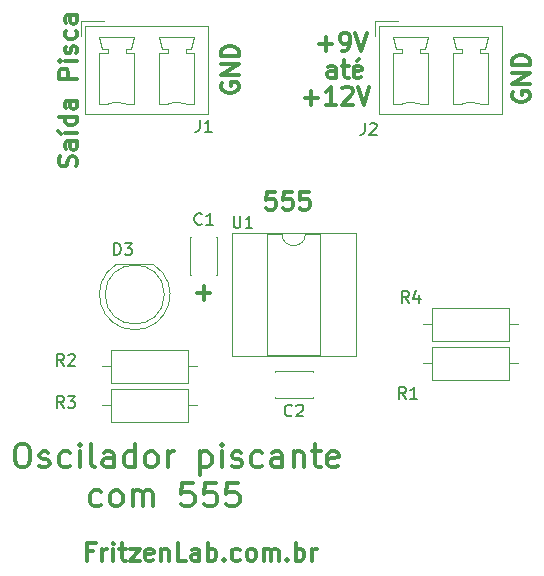
<source format=gto>
G04 #@! TF.GenerationSoftware,KiCad,Pcbnew,8.0.6*
G04 #@! TF.CreationDate,2024-11-03T17:10:04-03:00*
G04 #@! TF.ProjectId,555-Oscilador-pisca-r01,3535352d-4f73-4636-996c-61646f722d70,rev?*
G04 #@! TF.SameCoordinates,Original*
G04 #@! TF.FileFunction,Legend,Top*
G04 #@! TF.FilePolarity,Positive*
%FSLAX46Y46*%
G04 Gerber Fmt 4.6, Leading zero omitted, Abs format (unit mm)*
G04 Created by KiCad (PCBNEW 8.0.6) date 2024-11-03 17:10:04*
%MOMM*%
%LPD*%
G01*
G04 APERTURE LIST*
%ADD10C,0.300000*%
%ADD11C,0.150000*%
%ADD12C,0.120000*%
G04 APERTURE END LIST*
D10*
X159523757Y-91566856D02*
X159452328Y-91709714D01*
X159452328Y-91709714D02*
X159452328Y-91923999D01*
X159452328Y-91923999D02*
X159523757Y-92138285D01*
X159523757Y-92138285D02*
X159666614Y-92281142D01*
X159666614Y-92281142D02*
X159809471Y-92352571D01*
X159809471Y-92352571D02*
X160095185Y-92423999D01*
X160095185Y-92423999D02*
X160309471Y-92423999D01*
X160309471Y-92423999D02*
X160595185Y-92352571D01*
X160595185Y-92352571D02*
X160738042Y-92281142D01*
X160738042Y-92281142D02*
X160880900Y-92138285D01*
X160880900Y-92138285D02*
X160952328Y-91923999D01*
X160952328Y-91923999D02*
X160952328Y-91781142D01*
X160952328Y-91781142D02*
X160880900Y-91566856D01*
X160880900Y-91566856D02*
X160809471Y-91495428D01*
X160809471Y-91495428D02*
X160309471Y-91495428D01*
X160309471Y-91495428D02*
X160309471Y-91781142D01*
X160952328Y-90852571D02*
X159452328Y-90852571D01*
X159452328Y-90852571D02*
X160952328Y-89995428D01*
X160952328Y-89995428D02*
X159452328Y-89995428D01*
X160952328Y-89281142D02*
X159452328Y-89281142D01*
X159452328Y-89281142D02*
X159452328Y-88923999D01*
X159452328Y-88923999D02*
X159523757Y-88709713D01*
X159523757Y-88709713D02*
X159666614Y-88566856D01*
X159666614Y-88566856D02*
X159809471Y-88495427D01*
X159809471Y-88495427D02*
X160095185Y-88423999D01*
X160095185Y-88423999D02*
X160309471Y-88423999D01*
X160309471Y-88423999D02*
X160595185Y-88495427D01*
X160595185Y-88495427D02*
X160738042Y-88566856D01*
X160738042Y-88566856D02*
X160880900Y-88709713D01*
X160880900Y-88709713D02*
X160952328Y-88923999D01*
X160952328Y-88923999D02*
X160952328Y-89281142D01*
X141883143Y-92054900D02*
X143026001Y-92054900D01*
X142454572Y-92626328D02*
X142454572Y-91483471D01*
X144526001Y-92626328D02*
X143668858Y-92626328D01*
X144097429Y-92626328D02*
X144097429Y-91126328D01*
X144097429Y-91126328D02*
X143954572Y-91340614D01*
X143954572Y-91340614D02*
X143811715Y-91483471D01*
X143811715Y-91483471D02*
X143668858Y-91554900D01*
X145097429Y-91269185D02*
X145168857Y-91197757D01*
X145168857Y-91197757D02*
X145311715Y-91126328D01*
X145311715Y-91126328D02*
X145668857Y-91126328D01*
X145668857Y-91126328D02*
X145811715Y-91197757D01*
X145811715Y-91197757D02*
X145883143Y-91269185D01*
X145883143Y-91269185D02*
X145954572Y-91412042D01*
X145954572Y-91412042D02*
X145954572Y-91554900D01*
X145954572Y-91554900D02*
X145883143Y-91769185D01*
X145883143Y-91769185D02*
X145026000Y-92626328D01*
X145026000Y-92626328D02*
X145954572Y-92626328D01*
X146383143Y-91126328D02*
X146883143Y-92626328D01*
X146883143Y-92626328D02*
X147383143Y-91126328D01*
X132778571Y-108564900D02*
X133921429Y-108564900D01*
X133350000Y-109136328D02*
X133350000Y-107993471D01*
X122526900Y-97868571D02*
X122598328Y-97654286D01*
X122598328Y-97654286D02*
X122598328Y-97297143D01*
X122598328Y-97297143D02*
X122526900Y-97154286D01*
X122526900Y-97154286D02*
X122455471Y-97082857D01*
X122455471Y-97082857D02*
X122312614Y-97011428D01*
X122312614Y-97011428D02*
X122169757Y-97011428D01*
X122169757Y-97011428D02*
X122026900Y-97082857D01*
X122026900Y-97082857D02*
X121955471Y-97154286D01*
X121955471Y-97154286D02*
X121884042Y-97297143D01*
X121884042Y-97297143D02*
X121812614Y-97582857D01*
X121812614Y-97582857D02*
X121741185Y-97725714D01*
X121741185Y-97725714D02*
X121669757Y-97797143D01*
X121669757Y-97797143D02*
X121526900Y-97868571D01*
X121526900Y-97868571D02*
X121384042Y-97868571D01*
X121384042Y-97868571D02*
X121241185Y-97797143D01*
X121241185Y-97797143D02*
X121169757Y-97725714D01*
X121169757Y-97725714D02*
X121098328Y-97582857D01*
X121098328Y-97582857D02*
X121098328Y-97225714D01*
X121098328Y-97225714D02*
X121169757Y-97011428D01*
X122598328Y-95725715D02*
X121812614Y-95725715D01*
X121812614Y-95725715D02*
X121669757Y-95797143D01*
X121669757Y-95797143D02*
X121598328Y-95940000D01*
X121598328Y-95940000D02*
X121598328Y-96225715D01*
X121598328Y-96225715D02*
X121669757Y-96368572D01*
X122526900Y-95725715D02*
X122598328Y-95868572D01*
X122598328Y-95868572D02*
X122598328Y-96225715D01*
X122598328Y-96225715D02*
X122526900Y-96368572D01*
X122526900Y-96368572D02*
X122384042Y-96440000D01*
X122384042Y-96440000D02*
X122241185Y-96440000D01*
X122241185Y-96440000D02*
X122098328Y-96368572D01*
X122098328Y-96368572D02*
X122026900Y-96225715D01*
X122026900Y-96225715D02*
X122026900Y-95868572D01*
X122026900Y-95868572D02*
X121955471Y-95725715D01*
X122598328Y-95011429D02*
X121598328Y-95011429D01*
X121026900Y-94868572D02*
X121241185Y-95082857D01*
X122598328Y-93654286D02*
X121098328Y-93654286D01*
X122526900Y-93654286D02*
X122598328Y-93797143D01*
X122598328Y-93797143D02*
X122598328Y-94082857D01*
X122598328Y-94082857D02*
X122526900Y-94225714D01*
X122526900Y-94225714D02*
X122455471Y-94297143D01*
X122455471Y-94297143D02*
X122312614Y-94368571D01*
X122312614Y-94368571D02*
X121884042Y-94368571D01*
X121884042Y-94368571D02*
X121741185Y-94297143D01*
X121741185Y-94297143D02*
X121669757Y-94225714D01*
X121669757Y-94225714D02*
X121598328Y-94082857D01*
X121598328Y-94082857D02*
X121598328Y-93797143D01*
X121598328Y-93797143D02*
X121669757Y-93654286D01*
X122598328Y-92297143D02*
X121812614Y-92297143D01*
X121812614Y-92297143D02*
X121669757Y-92368571D01*
X121669757Y-92368571D02*
X121598328Y-92511428D01*
X121598328Y-92511428D02*
X121598328Y-92797143D01*
X121598328Y-92797143D02*
X121669757Y-92940000D01*
X122526900Y-92297143D02*
X122598328Y-92440000D01*
X122598328Y-92440000D02*
X122598328Y-92797143D01*
X122598328Y-92797143D02*
X122526900Y-92940000D01*
X122526900Y-92940000D02*
X122384042Y-93011428D01*
X122384042Y-93011428D02*
X122241185Y-93011428D01*
X122241185Y-93011428D02*
X122098328Y-92940000D01*
X122098328Y-92940000D02*
X122026900Y-92797143D01*
X122026900Y-92797143D02*
X122026900Y-92440000D01*
X122026900Y-92440000D02*
X121955471Y-92297143D01*
X122598328Y-90440000D02*
X121098328Y-90440000D01*
X121098328Y-90440000D02*
X121098328Y-89868571D01*
X121098328Y-89868571D02*
X121169757Y-89725714D01*
X121169757Y-89725714D02*
X121241185Y-89654285D01*
X121241185Y-89654285D02*
X121384042Y-89582857D01*
X121384042Y-89582857D02*
X121598328Y-89582857D01*
X121598328Y-89582857D02*
X121741185Y-89654285D01*
X121741185Y-89654285D02*
X121812614Y-89725714D01*
X121812614Y-89725714D02*
X121884042Y-89868571D01*
X121884042Y-89868571D02*
X121884042Y-90440000D01*
X122598328Y-88940000D02*
X121598328Y-88940000D01*
X121098328Y-88940000D02*
X121169757Y-89011428D01*
X121169757Y-89011428D02*
X121241185Y-88940000D01*
X121241185Y-88940000D02*
X121169757Y-88868571D01*
X121169757Y-88868571D02*
X121098328Y-88940000D01*
X121098328Y-88940000D02*
X121241185Y-88940000D01*
X122526900Y-88297142D02*
X122598328Y-88154285D01*
X122598328Y-88154285D02*
X122598328Y-87868571D01*
X122598328Y-87868571D02*
X122526900Y-87725714D01*
X122526900Y-87725714D02*
X122384042Y-87654285D01*
X122384042Y-87654285D02*
X122312614Y-87654285D01*
X122312614Y-87654285D02*
X122169757Y-87725714D01*
X122169757Y-87725714D02*
X122098328Y-87868571D01*
X122098328Y-87868571D02*
X122098328Y-88082857D01*
X122098328Y-88082857D02*
X122026900Y-88225714D01*
X122026900Y-88225714D02*
X121884042Y-88297142D01*
X121884042Y-88297142D02*
X121812614Y-88297142D01*
X121812614Y-88297142D02*
X121669757Y-88225714D01*
X121669757Y-88225714D02*
X121598328Y-88082857D01*
X121598328Y-88082857D02*
X121598328Y-87868571D01*
X121598328Y-87868571D02*
X121669757Y-87725714D01*
X122526900Y-86368571D02*
X122598328Y-86511428D01*
X122598328Y-86511428D02*
X122598328Y-86797142D01*
X122598328Y-86797142D02*
X122526900Y-86939999D01*
X122526900Y-86939999D02*
X122455471Y-87011428D01*
X122455471Y-87011428D02*
X122312614Y-87082856D01*
X122312614Y-87082856D02*
X121884042Y-87082856D01*
X121884042Y-87082856D02*
X121741185Y-87011428D01*
X121741185Y-87011428D02*
X121669757Y-86939999D01*
X121669757Y-86939999D02*
X121598328Y-86797142D01*
X121598328Y-86797142D02*
X121598328Y-86511428D01*
X121598328Y-86511428D02*
X121669757Y-86368571D01*
X122598328Y-85082857D02*
X121812614Y-85082857D01*
X121812614Y-85082857D02*
X121669757Y-85154285D01*
X121669757Y-85154285D02*
X121598328Y-85297142D01*
X121598328Y-85297142D02*
X121598328Y-85582857D01*
X121598328Y-85582857D02*
X121669757Y-85725714D01*
X122526900Y-85082857D02*
X122598328Y-85225714D01*
X122598328Y-85225714D02*
X122598328Y-85582857D01*
X122598328Y-85582857D02*
X122526900Y-85725714D01*
X122526900Y-85725714D02*
X122384042Y-85797142D01*
X122384042Y-85797142D02*
X122241185Y-85797142D01*
X122241185Y-85797142D02*
X122098328Y-85725714D01*
X122098328Y-85725714D02*
X122026900Y-85582857D01*
X122026900Y-85582857D02*
X122026900Y-85225714D01*
X122026900Y-85225714D02*
X121955471Y-85082857D01*
X139390572Y-100016328D02*
X138676286Y-100016328D01*
X138676286Y-100016328D02*
X138604858Y-100730614D01*
X138604858Y-100730614D02*
X138676286Y-100659185D01*
X138676286Y-100659185D02*
X138819144Y-100587757D01*
X138819144Y-100587757D02*
X139176286Y-100587757D01*
X139176286Y-100587757D02*
X139319144Y-100659185D01*
X139319144Y-100659185D02*
X139390572Y-100730614D01*
X139390572Y-100730614D02*
X139462001Y-100873471D01*
X139462001Y-100873471D02*
X139462001Y-101230614D01*
X139462001Y-101230614D02*
X139390572Y-101373471D01*
X139390572Y-101373471D02*
X139319144Y-101444900D01*
X139319144Y-101444900D02*
X139176286Y-101516328D01*
X139176286Y-101516328D02*
X138819144Y-101516328D01*
X138819144Y-101516328D02*
X138676286Y-101444900D01*
X138676286Y-101444900D02*
X138604858Y-101373471D01*
X140819143Y-100016328D02*
X140104857Y-100016328D01*
X140104857Y-100016328D02*
X140033429Y-100730614D01*
X140033429Y-100730614D02*
X140104857Y-100659185D01*
X140104857Y-100659185D02*
X140247715Y-100587757D01*
X140247715Y-100587757D02*
X140604857Y-100587757D01*
X140604857Y-100587757D02*
X140747715Y-100659185D01*
X140747715Y-100659185D02*
X140819143Y-100730614D01*
X140819143Y-100730614D02*
X140890572Y-100873471D01*
X140890572Y-100873471D02*
X140890572Y-101230614D01*
X140890572Y-101230614D02*
X140819143Y-101373471D01*
X140819143Y-101373471D02*
X140747715Y-101444900D01*
X140747715Y-101444900D02*
X140604857Y-101516328D01*
X140604857Y-101516328D02*
X140247715Y-101516328D01*
X140247715Y-101516328D02*
X140104857Y-101444900D01*
X140104857Y-101444900D02*
X140033429Y-101373471D01*
X142247714Y-100016328D02*
X141533428Y-100016328D01*
X141533428Y-100016328D02*
X141462000Y-100730614D01*
X141462000Y-100730614D02*
X141533428Y-100659185D01*
X141533428Y-100659185D02*
X141676286Y-100587757D01*
X141676286Y-100587757D02*
X142033428Y-100587757D01*
X142033428Y-100587757D02*
X142176286Y-100659185D01*
X142176286Y-100659185D02*
X142247714Y-100730614D01*
X142247714Y-100730614D02*
X142319143Y-100873471D01*
X142319143Y-100873471D02*
X142319143Y-101230614D01*
X142319143Y-101230614D02*
X142247714Y-101373471D01*
X142247714Y-101373471D02*
X142176286Y-101444900D01*
X142176286Y-101444900D02*
X142033428Y-101516328D01*
X142033428Y-101516328D02*
X141676286Y-101516328D01*
X141676286Y-101516328D02*
X141533428Y-101444900D01*
X141533428Y-101444900D02*
X141462000Y-101373471D01*
X143105428Y-87482900D02*
X144248286Y-87482900D01*
X143676857Y-88054328D02*
X143676857Y-86911471D01*
X145034000Y-88054328D02*
X145319714Y-88054328D01*
X145319714Y-88054328D02*
X145462571Y-87982900D01*
X145462571Y-87982900D02*
X145534000Y-87911471D01*
X145534000Y-87911471D02*
X145676857Y-87697185D01*
X145676857Y-87697185D02*
X145748286Y-87411471D01*
X145748286Y-87411471D02*
X145748286Y-86840042D01*
X145748286Y-86840042D02*
X145676857Y-86697185D01*
X145676857Y-86697185D02*
X145605429Y-86625757D01*
X145605429Y-86625757D02*
X145462571Y-86554328D01*
X145462571Y-86554328D02*
X145176857Y-86554328D01*
X145176857Y-86554328D02*
X145034000Y-86625757D01*
X145034000Y-86625757D02*
X144962571Y-86697185D01*
X144962571Y-86697185D02*
X144891143Y-86840042D01*
X144891143Y-86840042D02*
X144891143Y-87197185D01*
X144891143Y-87197185D02*
X144962571Y-87340042D01*
X144962571Y-87340042D02*
X145034000Y-87411471D01*
X145034000Y-87411471D02*
X145176857Y-87482900D01*
X145176857Y-87482900D02*
X145462571Y-87482900D01*
X145462571Y-87482900D02*
X145605429Y-87411471D01*
X145605429Y-87411471D02*
X145676857Y-87340042D01*
X145676857Y-87340042D02*
X145748286Y-87197185D01*
X146176857Y-86554328D02*
X146676857Y-88054328D01*
X146676857Y-88054328D02*
X147176857Y-86554328D01*
X123988856Y-130448614D02*
X123488856Y-130448614D01*
X123488856Y-131234328D02*
X123488856Y-129734328D01*
X123488856Y-129734328D02*
X124203142Y-129734328D01*
X124774570Y-131234328D02*
X124774570Y-130234328D01*
X124774570Y-130520042D02*
X124845999Y-130377185D01*
X124845999Y-130377185D02*
X124917428Y-130305757D01*
X124917428Y-130305757D02*
X125060285Y-130234328D01*
X125060285Y-130234328D02*
X125203142Y-130234328D01*
X125703141Y-131234328D02*
X125703141Y-130234328D01*
X125703141Y-129734328D02*
X125631713Y-129805757D01*
X125631713Y-129805757D02*
X125703141Y-129877185D01*
X125703141Y-129877185D02*
X125774570Y-129805757D01*
X125774570Y-129805757D02*
X125703141Y-129734328D01*
X125703141Y-129734328D02*
X125703141Y-129877185D01*
X126203142Y-130234328D02*
X126774570Y-130234328D01*
X126417427Y-129734328D02*
X126417427Y-131020042D01*
X126417427Y-131020042D02*
X126488856Y-131162900D01*
X126488856Y-131162900D02*
X126631713Y-131234328D01*
X126631713Y-131234328D02*
X126774570Y-131234328D01*
X127131713Y-130234328D02*
X127917428Y-130234328D01*
X127917428Y-130234328D02*
X127131713Y-131234328D01*
X127131713Y-131234328D02*
X127917428Y-131234328D01*
X129060285Y-131162900D02*
X128917428Y-131234328D01*
X128917428Y-131234328D02*
X128631714Y-131234328D01*
X128631714Y-131234328D02*
X128488856Y-131162900D01*
X128488856Y-131162900D02*
X128417428Y-131020042D01*
X128417428Y-131020042D02*
X128417428Y-130448614D01*
X128417428Y-130448614D02*
X128488856Y-130305757D01*
X128488856Y-130305757D02*
X128631714Y-130234328D01*
X128631714Y-130234328D02*
X128917428Y-130234328D01*
X128917428Y-130234328D02*
X129060285Y-130305757D01*
X129060285Y-130305757D02*
X129131714Y-130448614D01*
X129131714Y-130448614D02*
X129131714Y-130591471D01*
X129131714Y-130591471D02*
X128417428Y-130734328D01*
X129774570Y-130234328D02*
X129774570Y-131234328D01*
X129774570Y-130377185D02*
X129845999Y-130305757D01*
X129845999Y-130305757D02*
X129988856Y-130234328D01*
X129988856Y-130234328D02*
X130203142Y-130234328D01*
X130203142Y-130234328D02*
X130345999Y-130305757D01*
X130345999Y-130305757D02*
X130417428Y-130448614D01*
X130417428Y-130448614D02*
X130417428Y-131234328D01*
X131845999Y-131234328D02*
X131131713Y-131234328D01*
X131131713Y-131234328D02*
X131131713Y-129734328D01*
X132988857Y-131234328D02*
X132988857Y-130448614D01*
X132988857Y-130448614D02*
X132917428Y-130305757D01*
X132917428Y-130305757D02*
X132774571Y-130234328D01*
X132774571Y-130234328D02*
X132488857Y-130234328D01*
X132488857Y-130234328D02*
X132345999Y-130305757D01*
X132988857Y-131162900D02*
X132845999Y-131234328D01*
X132845999Y-131234328D02*
X132488857Y-131234328D01*
X132488857Y-131234328D02*
X132345999Y-131162900D01*
X132345999Y-131162900D02*
X132274571Y-131020042D01*
X132274571Y-131020042D02*
X132274571Y-130877185D01*
X132274571Y-130877185D02*
X132345999Y-130734328D01*
X132345999Y-130734328D02*
X132488857Y-130662900D01*
X132488857Y-130662900D02*
X132845999Y-130662900D01*
X132845999Y-130662900D02*
X132988857Y-130591471D01*
X133703142Y-131234328D02*
X133703142Y-129734328D01*
X133703142Y-130305757D02*
X133846000Y-130234328D01*
X133846000Y-130234328D02*
X134131714Y-130234328D01*
X134131714Y-130234328D02*
X134274571Y-130305757D01*
X134274571Y-130305757D02*
X134346000Y-130377185D01*
X134346000Y-130377185D02*
X134417428Y-130520042D01*
X134417428Y-130520042D02*
X134417428Y-130948614D01*
X134417428Y-130948614D02*
X134346000Y-131091471D01*
X134346000Y-131091471D02*
X134274571Y-131162900D01*
X134274571Y-131162900D02*
X134131714Y-131234328D01*
X134131714Y-131234328D02*
X133846000Y-131234328D01*
X133846000Y-131234328D02*
X133703142Y-131162900D01*
X135060285Y-131091471D02*
X135131714Y-131162900D01*
X135131714Y-131162900D02*
X135060285Y-131234328D01*
X135060285Y-131234328D02*
X134988857Y-131162900D01*
X134988857Y-131162900D02*
X135060285Y-131091471D01*
X135060285Y-131091471D02*
X135060285Y-131234328D01*
X136417429Y-131162900D02*
X136274571Y-131234328D01*
X136274571Y-131234328D02*
X135988857Y-131234328D01*
X135988857Y-131234328D02*
X135846000Y-131162900D01*
X135846000Y-131162900D02*
X135774571Y-131091471D01*
X135774571Y-131091471D02*
X135703143Y-130948614D01*
X135703143Y-130948614D02*
X135703143Y-130520042D01*
X135703143Y-130520042D02*
X135774571Y-130377185D01*
X135774571Y-130377185D02*
X135846000Y-130305757D01*
X135846000Y-130305757D02*
X135988857Y-130234328D01*
X135988857Y-130234328D02*
X136274571Y-130234328D01*
X136274571Y-130234328D02*
X136417429Y-130305757D01*
X137274571Y-131234328D02*
X137131714Y-131162900D01*
X137131714Y-131162900D02*
X137060285Y-131091471D01*
X137060285Y-131091471D02*
X136988857Y-130948614D01*
X136988857Y-130948614D02*
X136988857Y-130520042D01*
X136988857Y-130520042D02*
X137060285Y-130377185D01*
X137060285Y-130377185D02*
X137131714Y-130305757D01*
X137131714Y-130305757D02*
X137274571Y-130234328D01*
X137274571Y-130234328D02*
X137488857Y-130234328D01*
X137488857Y-130234328D02*
X137631714Y-130305757D01*
X137631714Y-130305757D02*
X137703143Y-130377185D01*
X137703143Y-130377185D02*
X137774571Y-130520042D01*
X137774571Y-130520042D02*
X137774571Y-130948614D01*
X137774571Y-130948614D02*
X137703143Y-131091471D01*
X137703143Y-131091471D02*
X137631714Y-131162900D01*
X137631714Y-131162900D02*
X137488857Y-131234328D01*
X137488857Y-131234328D02*
X137274571Y-131234328D01*
X138417428Y-131234328D02*
X138417428Y-130234328D01*
X138417428Y-130377185D02*
X138488857Y-130305757D01*
X138488857Y-130305757D02*
X138631714Y-130234328D01*
X138631714Y-130234328D02*
X138846000Y-130234328D01*
X138846000Y-130234328D02*
X138988857Y-130305757D01*
X138988857Y-130305757D02*
X139060286Y-130448614D01*
X139060286Y-130448614D02*
X139060286Y-131234328D01*
X139060286Y-130448614D02*
X139131714Y-130305757D01*
X139131714Y-130305757D02*
X139274571Y-130234328D01*
X139274571Y-130234328D02*
X139488857Y-130234328D01*
X139488857Y-130234328D02*
X139631714Y-130305757D01*
X139631714Y-130305757D02*
X139703143Y-130448614D01*
X139703143Y-130448614D02*
X139703143Y-131234328D01*
X140417428Y-131091471D02*
X140488857Y-131162900D01*
X140488857Y-131162900D02*
X140417428Y-131234328D01*
X140417428Y-131234328D02*
X140346000Y-131162900D01*
X140346000Y-131162900D02*
X140417428Y-131091471D01*
X140417428Y-131091471D02*
X140417428Y-131234328D01*
X141131714Y-131234328D02*
X141131714Y-129734328D01*
X141131714Y-130305757D02*
X141274572Y-130234328D01*
X141274572Y-130234328D02*
X141560286Y-130234328D01*
X141560286Y-130234328D02*
X141703143Y-130305757D01*
X141703143Y-130305757D02*
X141774572Y-130377185D01*
X141774572Y-130377185D02*
X141846000Y-130520042D01*
X141846000Y-130520042D02*
X141846000Y-130948614D01*
X141846000Y-130948614D02*
X141774572Y-131091471D01*
X141774572Y-131091471D02*
X141703143Y-131162900D01*
X141703143Y-131162900D02*
X141560286Y-131234328D01*
X141560286Y-131234328D02*
X141274572Y-131234328D01*
X141274572Y-131234328D02*
X141131714Y-131162900D01*
X142488857Y-131234328D02*
X142488857Y-130234328D01*
X142488857Y-130520042D02*
X142560286Y-130377185D01*
X142560286Y-130377185D02*
X142631715Y-130305757D01*
X142631715Y-130305757D02*
X142774572Y-130234328D01*
X142774572Y-130234328D02*
X142917429Y-130234328D01*
X134885757Y-90804856D02*
X134814328Y-90947714D01*
X134814328Y-90947714D02*
X134814328Y-91161999D01*
X134814328Y-91161999D02*
X134885757Y-91376285D01*
X134885757Y-91376285D02*
X135028614Y-91519142D01*
X135028614Y-91519142D02*
X135171471Y-91590571D01*
X135171471Y-91590571D02*
X135457185Y-91661999D01*
X135457185Y-91661999D02*
X135671471Y-91661999D01*
X135671471Y-91661999D02*
X135957185Y-91590571D01*
X135957185Y-91590571D02*
X136100042Y-91519142D01*
X136100042Y-91519142D02*
X136242900Y-91376285D01*
X136242900Y-91376285D02*
X136314328Y-91161999D01*
X136314328Y-91161999D02*
X136314328Y-91019142D01*
X136314328Y-91019142D02*
X136242900Y-90804856D01*
X136242900Y-90804856D02*
X136171471Y-90733428D01*
X136171471Y-90733428D02*
X135671471Y-90733428D01*
X135671471Y-90733428D02*
X135671471Y-91019142D01*
X136314328Y-90090571D02*
X134814328Y-90090571D01*
X134814328Y-90090571D02*
X136314328Y-89233428D01*
X136314328Y-89233428D02*
X134814328Y-89233428D01*
X136314328Y-88519142D02*
X134814328Y-88519142D01*
X134814328Y-88519142D02*
X134814328Y-88161999D01*
X134814328Y-88161999D02*
X134885757Y-87947713D01*
X134885757Y-87947713D02*
X135028614Y-87804856D01*
X135028614Y-87804856D02*
X135171471Y-87733427D01*
X135171471Y-87733427D02*
X135457185Y-87661999D01*
X135457185Y-87661999D02*
X135671471Y-87661999D01*
X135671471Y-87661999D02*
X135957185Y-87733427D01*
X135957185Y-87733427D02*
X136100042Y-87804856D01*
X136100042Y-87804856D02*
X136242900Y-87947713D01*
X136242900Y-87947713D02*
X136314328Y-88161999D01*
X136314328Y-88161999D02*
X136314328Y-88519142D01*
X124667047Y-126544400D02*
X124476571Y-126639638D01*
X124476571Y-126639638D02*
X124095618Y-126639638D01*
X124095618Y-126639638D02*
X123905142Y-126544400D01*
X123905142Y-126544400D02*
X123809904Y-126449161D01*
X123809904Y-126449161D02*
X123714666Y-126258685D01*
X123714666Y-126258685D02*
X123714666Y-125687257D01*
X123714666Y-125687257D02*
X123809904Y-125496780D01*
X123809904Y-125496780D02*
X123905142Y-125401542D01*
X123905142Y-125401542D02*
X124095618Y-125306304D01*
X124095618Y-125306304D02*
X124476571Y-125306304D01*
X124476571Y-125306304D02*
X124667047Y-125401542D01*
X125809904Y-126639638D02*
X125619428Y-126544400D01*
X125619428Y-126544400D02*
X125524190Y-126449161D01*
X125524190Y-126449161D02*
X125428952Y-126258685D01*
X125428952Y-126258685D02*
X125428952Y-125687257D01*
X125428952Y-125687257D02*
X125524190Y-125496780D01*
X125524190Y-125496780D02*
X125619428Y-125401542D01*
X125619428Y-125401542D02*
X125809904Y-125306304D01*
X125809904Y-125306304D02*
X126095619Y-125306304D01*
X126095619Y-125306304D02*
X126286095Y-125401542D01*
X126286095Y-125401542D02*
X126381333Y-125496780D01*
X126381333Y-125496780D02*
X126476571Y-125687257D01*
X126476571Y-125687257D02*
X126476571Y-126258685D01*
X126476571Y-126258685D02*
X126381333Y-126449161D01*
X126381333Y-126449161D02*
X126286095Y-126544400D01*
X126286095Y-126544400D02*
X126095619Y-126639638D01*
X126095619Y-126639638D02*
X125809904Y-126639638D01*
X127333714Y-126639638D02*
X127333714Y-125306304D01*
X127333714Y-125496780D02*
X127428952Y-125401542D01*
X127428952Y-125401542D02*
X127619428Y-125306304D01*
X127619428Y-125306304D02*
X127905143Y-125306304D01*
X127905143Y-125306304D02*
X128095619Y-125401542D01*
X128095619Y-125401542D02*
X128190857Y-125592019D01*
X128190857Y-125592019D02*
X128190857Y-126639638D01*
X128190857Y-125592019D02*
X128286095Y-125401542D01*
X128286095Y-125401542D02*
X128476571Y-125306304D01*
X128476571Y-125306304D02*
X128762285Y-125306304D01*
X128762285Y-125306304D02*
X128952762Y-125401542D01*
X128952762Y-125401542D02*
X129048000Y-125592019D01*
X129048000Y-125592019D02*
X129048000Y-126639638D01*
X132476572Y-124639638D02*
X131524191Y-124639638D01*
X131524191Y-124639638D02*
X131428953Y-125592019D01*
X131428953Y-125592019D02*
X131524191Y-125496780D01*
X131524191Y-125496780D02*
X131714667Y-125401542D01*
X131714667Y-125401542D02*
X132190858Y-125401542D01*
X132190858Y-125401542D02*
X132381334Y-125496780D01*
X132381334Y-125496780D02*
X132476572Y-125592019D01*
X132476572Y-125592019D02*
X132571810Y-125782495D01*
X132571810Y-125782495D02*
X132571810Y-126258685D01*
X132571810Y-126258685D02*
X132476572Y-126449161D01*
X132476572Y-126449161D02*
X132381334Y-126544400D01*
X132381334Y-126544400D02*
X132190858Y-126639638D01*
X132190858Y-126639638D02*
X131714667Y-126639638D01*
X131714667Y-126639638D02*
X131524191Y-126544400D01*
X131524191Y-126544400D02*
X131428953Y-126449161D01*
X134381334Y-124639638D02*
X133428953Y-124639638D01*
X133428953Y-124639638D02*
X133333715Y-125592019D01*
X133333715Y-125592019D02*
X133428953Y-125496780D01*
X133428953Y-125496780D02*
X133619429Y-125401542D01*
X133619429Y-125401542D02*
X134095620Y-125401542D01*
X134095620Y-125401542D02*
X134286096Y-125496780D01*
X134286096Y-125496780D02*
X134381334Y-125592019D01*
X134381334Y-125592019D02*
X134476572Y-125782495D01*
X134476572Y-125782495D02*
X134476572Y-126258685D01*
X134476572Y-126258685D02*
X134381334Y-126449161D01*
X134381334Y-126449161D02*
X134286096Y-126544400D01*
X134286096Y-126544400D02*
X134095620Y-126639638D01*
X134095620Y-126639638D02*
X133619429Y-126639638D01*
X133619429Y-126639638D02*
X133428953Y-126544400D01*
X133428953Y-126544400D02*
X133333715Y-126449161D01*
X136286096Y-124639638D02*
X135333715Y-124639638D01*
X135333715Y-124639638D02*
X135238477Y-125592019D01*
X135238477Y-125592019D02*
X135333715Y-125496780D01*
X135333715Y-125496780D02*
X135524191Y-125401542D01*
X135524191Y-125401542D02*
X136000382Y-125401542D01*
X136000382Y-125401542D02*
X136190858Y-125496780D01*
X136190858Y-125496780D02*
X136286096Y-125592019D01*
X136286096Y-125592019D02*
X136381334Y-125782495D01*
X136381334Y-125782495D02*
X136381334Y-126258685D01*
X136381334Y-126258685D02*
X136286096Y-126449161D01*
X136286096Y-126449161D02*
X136190858Y-126544400D01*
X136190858Y-126544400D02*
X136000382Y-126639638D01*
X136000382Y-126639638D02*
X135524191Y-126639638D01*
X135524191Y-126639638D02*
X135333715Y-126544400D01*
X135333715Y-126544400D02*
X135238477Y-126449161D01*
X117825903Y-121337638D02*
X118206856Y-121337638D01*
X118206856Y-121337638D02*
X118397332Y-121432876D01*
X118397332Y-121432876D02*
X118587808Y-121623352D01*
X118587808Y-121623352D02*
X118683046Y-122004304D01*
X118683046Y-122004304D02*
X118683046Y-122670971D01*
X118683046Y-122670971D02*
X118587808Y-123051923D01*
X118587808Y-123051923D02*
X118397332Y-123242400D01*
X118397332Y-123242400D02*
X118206856Y-123337638D01*
X118206856Y-123337638D02*
X117825903Y-123337638D01*
X117825903Y-123337638D02*
X117635427Y-123242400D01*
X117635427Y-123242400D02*
X117444951Y-123051923D01*
X117444951Y-123051923D02*
X117349713Y-122670971D01*
X117349713Y-122670971D02*
X117349713Y-122004304D01*
X117349713Y-122004304D02*
X117444951Y-121623352D01*
X117444951Y-121623352D02*
X117635427Y-121432876D01*
X117635427Y-121432876D02*
X117825903Y-121337638D01*
X119444951Y-123242400D02*
X119635427Y-123337638D01*
X119635427Y-123337638D02*
X120016379Y-123337638D01*
X120016379Y-123337638D02*
X120206856Y-123242400D01*
X120206856Y-123242400D02*
X120302094Y-123051923D01*
X120302094Y-123051923D02*
X120302094Y-122956685D01*
X120302094Y-122956685D02*
X120206856Y-122766209D01*
X120206856Y-122766209D02*
X120016379Y-122670971D01*
X120016379Y-122670971D02*
X119730665Y-122670971D01*
X119730665Y-122670971D02*
X119540189Y-122575733D01*
X119540189Y-122575733D02*
X119444951Y-122385257D01*
X119444951Y-122385257D02*
X119444951Y-122290019D01*
X119444951Y-122290019D02*
X119540189Y-122099542D01*
X119540189Y-122099542D02*
X119730665Y-122004304D01*
X119730665Y-122004304D02*
X120016379Y-122004304D01*
X120016379Y-122004304D02*
X120206856Y-122099542D01*
X122016380Y-123242400D02*
X121825904Y-123337638D01*
X121825904Y-123337638D02*
X121444951Y-123337638D01*
X121444951Y-123337638D02*
X121254475Y-123242400D01*
X121254475Y-123242400D02*
X121159237Y-123147161D01*
X121159237Y-123147161D02*
X121063999Y-122956685D01*
X121063999Y-122956685D02*
X121063999Y-122385257D01*
X121063999Y-122385257D02*
X121159237Y-122194780D01*
X121159237Y-122194780D02*
X121254475Y-122099542D01*
X121254475Y-122099542D02*
X121444951Y-122004304D01*
X121444951Y-122004304D02*
X121825904Y-122004304D01*
X121825904Y-122004304D02*
X122016380Y-122099542D01*
X122873523Y-123337638D02*
X122873523Y-122004304D01*
X122873523Y-121337638D02*
X122778285Y-121432876D01*
X122778285Y-121432876D02*
X122873523Y-121528114D01*
X122873523Y-121528114D02*
X122968761Y-121432876D01*
X122968761Y-121432876D02*
X122873523Y-121337638D01*
X122873523Y-121337638D02*
X122873523Y-121528114D01*
X124111618Y-123337638D02*
X123921142Y-123242400D01*
X123921142Y-123242400D02*
X123825904Y-123051923D01*
X123825904Y-123051923D02*
X123825904Y-121337638D01*
X125730666Y-123337638D02*
X125730666Y-122290019D01*
X125730666Y-122290019D02*
X125635428Y-122099542D01*
X125635428Y-122099542D02*
X125444952Y-122004304D01*
X125444952Y-122004304D02*
X125063999Y-122004304D01*
X125063999Y-122004304D02*
X124873523Y-122099542D01*
X125730666Y-123242400D02*
X125540190Y-123337638D01*
X125540190Y-123337638D02*
X125063999Y-123337638D01*
X125063999Y-123337638D02*
X124873523Y-123242400D01*
X124873523Y-123242400D02*
X124778285Y-123051923D01*
X124778285Y-123051923D02*
X124778285Y-122861447D01*
X124778285Y-122861447D02*
X124873523Y-122670971D01*
X124873523Y-122670971D02*
X125063999Y-122575733D01*
X125063999Y-122575733D02*
X125540190Y-122575733D01*
X125540190Y-122575733D02*
X125730666Y-122480495D01*
X127540190Y-123337638D02*
X127540190Y-121337638D01*
X127540190Y-123242400D02*
X127349714Y-123337638D01*
X127349714Y-123337638D02*
X126968761Y-123337638D01*
X126968761Y-123337638D02*
X126778285Y-123242400D01*
X126778285Y-123242400D02*
X126683047Y-123147161D01*
X126683047Y-123147161D02*
X126587809Y-122956685D01*
X126587809Y-122956685D02*
X126587809Y-122385257D01*
X126587809Y-122385257D02*
X126683047Y-122194780D01*
X126683047Y-122194780D02*
X126778285Y-122099542D01*
X126778285Y-122099542D02*
X126968761Y-122004304D01*
X126968761Y-122004304D02*
X127349714Y-122004304D01*
X127349714Y-122004304D02*
X127540190Y-122099542D01*
X128778285Y-123337638D02*
X128587809Y-123242400D01*
X128587809Y-123242400D02*
X128492571Y-123147161D01*
X128492571Y-123147161D02*
X128397333Y-122956685D01*
X128397333Y-122956685D02*
X128397333Y-122385257D01*
X128397333Y-122385257D02*
X128492571Y-122194780D01*
X128492571Y-122194780D02*
X128587809Y-122099542D01*
X128587809Y-122099542D02*
X128778285Y-122004304D01*
X128778285Y-122004304D02*
X129064000Y-122004304D01*
X129064000Y-122004304D02*
X129254476Y-122099542D01*
X129254476Y-122099542D02*
X129349714Y-122194780D01*
X129349714Y-122194780D02*
X129444952Y-122385257D01*
X129444952Y-122385257D02*
X129444952Y-122956685D01*
X129444952Y-122956685D02*
X129349714Y-123147161D01*
X129349714Y-123147161D02*
X129254476Y-123242400D01*
X129254476Y-123242400D02*
X129064000Y-123337638D01*
X129064000Y-123337638D02*
X128778285Y-123337638D01*
X130302095Y-123337638D02*
X130302095Y-122004304D01*
X130302095Y-122385257D02*
X130397333Y-122194780D01*
X130397333Y-122194780D02*
X130492571Y-122099542D01*
X130492571Y-122099542D02*
X130683047Y-122004304D01*
X130683047Y-122004304D02*
X130873524Y-122004304D01*
X133064000Y-122004304D02*
X133064000Y-124004304D01*
X133064000Y-122099542D02*
X133254476Y-122004304D01*
X133254476Y-122004304D02*
X133635429Y-122004304D01*
X133635429Y-122004304D02*
X133825905Y-122099542D01*
X133825905Y-122099542D02*
X133921143Y-122194780D01*
X133921143Y-122194780D02*
X134016381Y-122385257D01*
X134016381Y-122385257D02*
X134016381Y-122956685D01*
X134016381Y-122956685D02*
X133921143Y-123147161D01*
X133921143Y-123147161D02*
X133825905Y-123242400D01*
X133825905Y-123242400D02*
X133635429Y-123337638D01*
X133635429Y-123337638D02*
X133254476Y-123337638D01*
X133254476Y-123337638D02*
X133064000Y-123242400D01*
X134873524Y-123337638D02*
X134873524Y-122004304D01*
X134873524Y-121337638D02*
X134778286Y-121432876D01*
X134778286Y-121432876D02*
X134873524Y-121528114D01*
X134873524Y-121528114D02*
X134968762Y-121432876D01*
X134968762Y-121432876D02*
X134873524Y-121337638D01*
X134873524Y-121337638D02*
X134873524Y-121528114D01*
X135730667Y-123242400D02*
X135921143Y-123337638D01*
X135921143Y-123337638D02*
X136302095Y-123337638D01*
X136302095Y-123337638D02*
X136492572Y-123242400D01*
X136492572Y-123242400D02*
X136587810Y-123051923D01*
X136587810Y-123051923D02*
X136587810Y-122956685D01*
X136587810Y-122956685D02*
X136492572Y-122766209D01*
X136492572Y-122766209D02*
X136302095Y-122670971D01*
X136302095Y-122670971D02*
X136016381Y-122670971D01*
X136016381Y-122670971D02*
X135825905Y-122575733D01*
X135825905Y-122575733D02*
X135730667Y-122385257D01*
X135730667Y-122385257D02*
X135730667Y-122290019D01*
X135730667Y-122290019D02*
X135825905Y-122099542D01*
X135825905Y-122099542D02*
X136016381Y-122004304D01*
X136016381Y-122004304D02*
X136302095Y-122004304D01*
X136302095Y-122004304D02*
X136492572Y-122099542D01*
X138302096Y-123242400D02*
X138111620Y-123337638D01*
X138111620Y-123337638D02*
X137730667Y-123337638D01*
X137730667Y-123337638D02*
X137540191Y-123242400D01*
X137540191Y-123242400D02*
X137444953Y-123147161D01*
X137444953Y-123147161D02*
X137349715Y-122956685D01*
X137349715Y-122956685D02*
X137349715Y-122385257D01*
X137349715Y-122385257D02*
X137444953Y-122194780D01*
X137444953Y-122194780D02*
X137540191Y-122099542D01*
X137540191Y-122099542D02*
X137730667Y-122004304D01*
X137730667Y-122004304D02*
X138111620Y-122004304D01*
X138111620Y-122004304D02*
X138302096Y-122099542D01*
X140016382Y-123337638D02*
X140016382Y-122290019D01*
X140016382Y-122290019D02*
X139921144Y-122099542D01*
X139921144Y-122099542D02*
X139730668Y-122004304D01*
X139730668Y-122004304D02*
X139349715Y-122004304D01*
X139349715Y-122004304D02*
X139159239Y-122099542D01*
X140016382Y-123242400D02*
X139825906Y-123337638D01*
X139825906Y-123337638D02*
X139349715Y-123337638D01*
X139349715Y-123337638D02*
X139159239Y-123242400D01*
X139159239Y-123242400D02*
X139064001Y-123051923D01*
X139064001Y-123051923D02*
X139064001Y-122861447D01*
X139064001Y-122861447D02*
X139159239Y-122670971D01*
X139159239Y-122670971D02*
X139349715Y-122575733D01*
X139349715Y-122575733D02*
X139825906Y-122575733D01*
X139825906Y-122575733D02*
X140016382Y-122480495D01*
X140968763Y-122004304D02*
X140968763Y-123337638D01*
X140968763Y-122194780D02*
X141064001Y-122099542D01*
X141064001Y-122099542D02*
X141254477Y-122004304D01*
X141254477Y-122004304D02*
X141540192Y-122004304D01*
X141540192Y-122004304D02*
X141730668Y-122099542D01*
X141730668Y-122099542D02*
X141825906Y-122290019D01*
X141825906Y-122290019D02*
X141825906Y-123337638D01*
X142492573Y-122004304D02*
X143254477Y-122004304D01*
X142778287Y-121337638D02*
X142778287Y-123051923D01*
X142778287Y-123051923D02*
X142873525Y-123242400D01*
X142873525Y-123242400D02*
X143064001Y-123337638D01*
X143064001Y-123337638D02*
X143254477Y-123337638D01*
X144683049Y-123242400D02*
X144492573Y-123337638D01*
X144492573Y-123337638D02*
X144111620Y-123337638D01*
X144111620Y-123337638D02*
X143921144Y-123242400D01*
X143921144Y-123242400D02*
X143825906Y-123051923D01*
X143825906Y-123051923D02*
X143825906Y-122290019D01*
X143825906Y-122290019D02*
X143921144Y-122099542D01*
X143921144Y-122099542D02*
X144111620Y-122004304D01*
X144111620Y-122004304D02*
X144492573Y-122004304D01*
X144492573Y-122004304D02*
X144683049Y-122099542D01*
X144683049Y-122099542D02*
X144778287Y-122290019D01*
X144778287Y-122290019D02*
X144778287Y-122480495D01*
X144778287Y-122480495D02*
X143825906Y-122670971D01*
X144538000Y-90340328D02*
X144538000Y-89554614D01*
X144538000Y-89554614D02*
X144466571Y-89411757D01*
X144466571Y-89411757D02*
X144323714Y-89340328D01*
X144323714Y-89340328D02*
X144038000Y-89340328D01*
X144038000Y-89340328D02*
X143895142Y-89411757D01*
X144538000Y-90268900D02*
X144395142Y-90340328D01*
X144395142Y-90340328D02*
X144038000Y-90340328D01*
X144038000Y-90340328D02*
X143895142Y-90268900D01*
X143895142Y-90268900D02*
X143823714Y-90126042D01*
X143823714Y-90126042D02*
X143823714Y-89983185D01*
X143823714Y-89983185D02*
X143895142Y-89840328D01*
X143895142Y-89840328D02*
X144038000Y-89768900D01*
X144038000Y-89768900D02*
X144395142Y-89768900D01*
X144395142Y-89768900D02*
X144538000Y-89697471D01*
X145038000Y-89340328D02*
X145609428Y-89340328D01*
X145252285Y-88840328D02*
X145252285Y-90126042D01*
X145252285Y-90126042D02*
X145323714Y-90268900D01*
X145323714Y-90268900D02*
X145466571Y-90340328D01*
X145466571Y-90340328D02*
X145609428Y-90340328D01*
X146680857Y-90268900D02*
X146538000Y-90340328D01*
X146538000Y-90340328D02*
X146252286Y-90340328D01*
X146252286Y-90340328D02*
X146109428Y-90268900D01*
X146109428Y-90268900D02*
X146038000Y-90126042D01*
X146038000Y-90126042D02*
X146038000Y-89554614D01*
X146038000Y-89554614D02*
X146109428Y-89411757D01*
X146109428Y-89411757D02*
X146252286Y-89340328D01*
X146252286Y-89340328D02*
X146538000Y-89340328D01*
X146538000Y-89340328D02*
X146680857Y-89411757D01*
X146680857Y-89411757D02*
X146752286Y-89554614D01*
X146752286Y-89554614D02*
X146752286Y-89697471D01*
X146752286Y-89697471D02*
X146038000Y-89840328D01*
X146538000Y-88768900D02*
X146323714Y-88983185D01*
D11*
X121499333Y-114754819D02*
X121166000Y-114278628D01*
X120927905Y-114754819D02*
X120927905Y-113754819D01*
X120927905Y-113754819D02*
X121308857Y-113754819D01*
X121308857Y-113754819D02*
X121404095Y-113802438D01*
X121404095Y-113802438D02*
X121451714Y-113850057D01*
X121451714Y-113850057D02*
X121499333Y-113945295D01*
X121499333Y-113945295D02*
X121499333Y-114088152D01*
X121499333Y-114088152D02*
X121451714Y-114183390D01*
X121451714Y-114183390D02*
X121404095Y-114231009D01*
X121404095Y-114231009D02*
X121308857Y-114278628D01*
X121308857Y-114278628D02*
X120927905Y-114278628D01*
X121880286Y-113850057D02*
X121927905Y-113802438D01*
X121927905Y-113802438D02*
X122023143Y-113754819D01*
X122023143Y-113754819D02*
X122261238Y-113754819D01*
X122261238Y-113754819D02*
X122356476Y-113802438D01*
X122356476Y-113802438D02*
X122404095Y-113850057D01*
X122404095Y-113850057D02*
X122451714Y-113945295D01*
X122451714Y-113945295D02*
X122451714Y-114040533D01*
X122451714Y-114040533D02*
X122404095Y-114183390D01*
X122404095Y-114183390D02*
X121832667Y-114754819D01*
X121832667Y-114754819D02*
X122451714Y-114754819D01*
X150709333Y-109420819D02*
X150376000Y-108944628D01*
X150137905Y-109420819D02*
X150137905Y-108420819D01*
X150137905Y-108420819D02*
X150518857Y-108420819D01*
X150518857Y-108420819D02*
X150614095Y-108468438D01*
X150614095Y-108468438D02*
X150661714Y-108516057D01*
X150661714Y-108516057D02*
X150709333Y-108611295D01*
X150709333Y-108611295D02*
X150709333Y-108754152D01*
X150709333Y-108754152D02*
X150661714Y-108849390D01*
X150661714Y-108849390D02*
X150614095Y-108897009D01*
X150614095Y-108897009D02*
X150518857Y-108944628D01*
X150518857Y-108944628D02*
X150137905Y-108944628D01*
X151566476Y-108754152D02*
X151566476Y-109420819D01*
X151328381Y-108373200D02*
X151090286Y-109087485D01*
X151090286Y-109087485D02*
X151709333Y-109087485D01*
X133016666Y-93942819D02*
X133016666Y-94657104D01*
X133016666Y-94657104D02*
X132969047Y-94799961D01*
X132969047Y-94799961D02*
X132873809Y-94895200D01*
X132873809Y-94895200D02*
X132730952Y-94942819D01*
X132730952Y-94942819D02*
X132635714Y-94942819D01*
X134016666Y-94942819D02*
X133445238Y-94942819D01*
X133730952Y-94942819D02*
X133730952Y-93942819D01*
X133730952Y-93942819D02*
X133635714Y-94085676D01*
X133635714Y-94085676D02*
X133540476Y-94180914D01*
X133540476Y-94180914D02*
X133445238Y-94228533D01*
X146986666Y-94196819D02*
X146986666Y-94911104D01*
X146986666Y-94911104D02*
X146939047Y-95053961D01*
X146939047Y-95053961D02*
X146843809Y-95149200D01*
X146843809Y-95149200D02*
X146700952Y-95196819D01*
X146700952Y-95196819D02*
X146605714Y-95196819D01*
X147415238Y-94292057D02*
X147462857Y-94244438D01*
X147462857Y-94244438D02*
X147558095Y-94196819D01*
X147558095Y-94196819D02*
X147796190Y-94196819D01*
X147796190Y-94196819D02*
X147891428Y-94244438D01*
X147891428Y-94244438D02*
X147939047Y-94292057D01*
X147939047Y-94292057D02*
X147986666Y-94387295D01*
X147986666Y-94387295D02*
X147986666Y-94482533D01*
X147986666Y-94482533D02*
X147939047Y-94625390D01*
X147939047Y-94625390D02*
X147367619Y-95196819D01*
X147367619Y-95196819D02*
X147986666Y-95196819D01*
X150455333Y-117548819D02*
X150122000Y-117072628D01*
X149883905Y-117548819D02*
X149883905Y-116548819D01*
X149883905Y-116548819D02*
X150264857Y-116548819D01*
X150264857Y-116548819D02*
X150360095Y-116596438D01*
X150360095Y-116596438D02*
X150407714Y-116644057D01*
X150407714Y-116644057D02*
X150455333Y-116739295D01*
X150455333Y-116739295D02*
X150455333Y-116882152D01*
X150455333Y-116882152D02*
X150407714Y-116977390D01*
X150407714Y-116977390D02*
X150360095Y-117025009D01*
X150360095Y-117025009D02*
X150264857Y-117072628D01*
X150264857Y-117072628D02*
X149883905Y-117072628D01*
X151407714Y-117548819D02*
X150836286Y-117548819D01*
X151122000Y-117548819D02*
X151122000Y-116548819D01*
X151122000Y-116548819D02*
X151026762Y-116691676D01*
X151026762Y-116691676D02*
X150931524Y-116786914D01*
X150931524Y-116786914D02*
X150836286Y-116834533D01*
X121499333Y-118310819D02*
X121166000Y-117834628D01*
X120927905Y-118310819D02*
X120927905Y-117310819D01*
X120927905Y-117310819D02*
X121308857Y-117310819D01*
X121308857Y-117310819D02*
X121404095Y-117358438D01*
X121404095Y-117358438D02*
X121451714Y-117406057D01*
X121451714Y-117406057D02*
X121499333Y-117501295D01*
X121499333Y-117501295D02*
X121499333Y-117644152D01*
X121499333Y-117644152D02*
X121451714Y-117739390D01*
X121451714Y-117739390D02*
X121404095Y-117787009D01*
X121404095Y-117787009D02*
X121308857Y-117834628D01*
X121308857Y-117834628D02*
X120927905Y-117834628D01*
X121832667Y-117310819D02*
X122451714Y-117310819D01*
X122451714Y-117310819D02*
X122118381Y-117691771D01*
X122118381Y-117691771D02*
X122261238Y-117691771D01*
X122261238Y-117691771D02*
X122356476Y-117739390D01*
X122356476Y-117739390D02*
X122404095Y-117787009D01*
X122404095Y-117787009D02*
X122451714Y-117882247D01*
X122451714Y-117882247D02*
X122451714Y-118120342D01*
X122451714Y-118120342D02*
X122404095Y-118215580D01*
X122404095Y-118215580D02*
X122356476Y-118263200D01*
X122356476Y-118263200D02*
X122261238Y-118310819D01*
X122261238Y-118310819D02*
X121975524Y-118310819D01*
X121975524Y-118310819D02*
X121880286Y-118263200D01*
X121880286Y-118263200D02*
X121832667Y-118215580D01*
X135890095Y-102070819D02*
X135890095Y-102880342D01*
X135890095Y-102880342D02*
X135937714Y-102975580D01*
X135937714Y-102975580D02*
X135985333Y-103023200D01*
X135985333Y-103023200D02*
X136080571Y-103070819D01*
X136080571Y-103070819D02*
X136271047Y-103070819D01*
X136271047Y-103070819D02*
X136366285Y-103023200D01*
X136366285Y-103023200D02*
X136413904Y-102975580D01*
X136413904Y-102975580D02*
X136461523Y-102880342D01*
X136461523Y-102880342D02*
X136461523Y-102070819D01*
X137461523Y-103070819D02*
X136890095Y-103070819D01*
X137175809Y-103070819D02*
X137175809Y-102070819D01*
X137175809Y-102070819D02*
X137080571Y-102213676D01*
X137080571Y-102213676D02*
X136985333Y-102308914D01*
X136985333Y-102308914D02*
X136890095Y-102356533D01*
X125753905Y-105356819D02*
X125753905Y-104356819D01*
X125753905Y-104356819D02*
X125992000Y-104356819D01*
X125992000Y-104356819D02*
X126134857Y-104404438D01*
X126134857Y-104404438D02*
X126230095Y-104499676D01*
X126230095Y-104499676D02*
X126277714Y-104594914D01*
X126277714Y-104594914D02*
X126325333Y-104785390D01*
X126325333Y-104785390D02*
X126325333Y-104928247D01*
X126325333Y-104928247D02*
X126277714Y-105118723D01*
X126277714Y-105118723D02*
X126230095Y-105213961D01*
X126230095Y-105213961D02*
X126134857Y-105309200D01*
X126134857Y-105309200D02*
X125992000Y-105356819D01*
X125992000Y-105356819D02*
X125753905Y-105356819D01*
X126658667Y-104356819D02*
X127277714Y-104356819D01*
X127277714Y-104356819D02*
X126944381Y-104737771D01*
X126944381Y-104737771D02*
X127087238Y-104737771D01*
X127087238Y-104737771D02*
X127182476Y-104785390D01*
X127182476Y-104785390D02*
X127230095Y-104833009D01*
X127230095Y-104833009D02*
X127277714Y-104928247D01*
X127277714Y-104928247D02*
X127277714Y-105166342D01*
X127277714Y-105166342D02*
X127230095Y-105261580D01*
X127230095Y-105261580D02*
X127182476Y-105309200D01*
X127182476Y-105309200D02*
X127087238Y-105356819D01*
X127087238Y-105356819D02*
X126801524Y-105356819D01*
X126801524Y-105356819D02*
X126706286Y-105309200D01*
X126706286Y-105309200D02*
X126658667Y-105261580D01*
X133183333Y-102721580D02*
X133135714Y-102769200D01*
X133135714Y-102769200D02*
X132992857Y-102816819D01*
X132992857Y-102816819D02*
X132897619Y-102816819D01*
X132897619Y-102816819D02*
X132754762Y-102769200D01*
X132754762Y-102769200D02*
X132659524Y-102673961D01*
X132659524Y-102673961D02*
X132611905Y-102578723D01*
X132611905Y-102578723D02*
X132564286Y-102388247D01*
X132564286Y-102388247D02*
X132564286Y-102245390D01*
X132564286Y-102245390D02*
X132611905Y-102054914D01*
X132611905Y-102054914D02*
X132659524Y-101959676D01*
X132659524Y-101959676D02*
X132754762Y-101864438D01*
X132754762Y-101864438D02*
X132897619Y-101816819D01*
X132897619Y-101816819D02*
X132992857Y-101816819D01*
X132992857Y-101816819D02*
X133135714Y-101864438D01*
X133135714Y-101864438D02*
X133183333Y-101912057D01*
X134135714Y-102816819D02*
X133564286Y-102816819D01*
X133850000Y-102816819D02*
X133850000Y-101816819D01*
X133850000Y-101816819D02*
X133754762Y-101959676D01*
X133754762Y-101959676D02*
X133659524Y-102054914D01*
X133659524Y-102054914D02*
X133564286Y-102102533D01*
X140823333Y-118941580D02*
X140775714Y-118989200D01*
X140775714Y-118989200D02*
X140632857Y-119036819D01*
X140632857Y-119036819D02*
X140537619Y-119036819D01*
X140537619Y-119036819D02*
X140394762Y-118989200D01*
X140394762Y-118989200D02*
X140299524Y-118893961D01*
X140299524Y-118893961D02*
X140251905Y-118798723D01*
X140251905Y-118798723D02*
X140204286Y-118608247D01*
X140204286Y-118608247D02*
X140204286Y-118465390D01*
X140204286Y-118465390D02*
X140251905Y-118274914D01*
X140251905Y-118274914D02*
X140299524Y-118179676D01*
X140299524Y-118179676D02*
X140394762Y-118084438D01*
X140394762Y-118084438D02*
X140537619Y-118036819D01*
X140537619Y-118036819D02*
X140632857Y-118036819D01*
X140632857Y-118036819D02*
X140775714Y-118084438D01*
X140775714Y-118084438D02*
X140823333Y-118132057D01*
X141204286Y-118132057D02*
X141251905Y-118084438D01*
X141251905Y-118084438D02*
X141347143Y-118036819D01*
X141347143Y-118036819D02*
X141585238Y-118036819D01*
X141585238Y-118036819D02*
X141680476Y-118084438D01*
X141680476Y-118084438D02*
X141728095Y-118132057D01*
X141728095Y-118132057D02*
X141775714Y-118227295D01*
X141775714Y-118227295D02*
X141775714Y-118322533D01*
X141775714Y-118322533D02*
X141728095Y-118465390D01*
X141728095Y-118465390D02*
X141156667Y-119036819D01*
X141156667Y-119036819D02*
X141775714Y-119036819D01*
D12*
X124738000Y-114808000D02*
X125508000Y-114808000D01*
X125508000Y-113438000D02*
X125508000Y-116178000D01*
X125508000Y-116178000D02*
X132048000Y-116178000D01*
X132048000Y-113438000D02*
X125508000Y-113438000D01*
X132048000Y-116178000D02*
X132048000Y-113438000D01*
X132818000Y-114808000D02*
X132048000Y-114808000D01*
X151916000Y-111252000D02*
X152686000Y-111252000D01*
X152686000Y-109882000D02*
X152686000Y-112622000D01*
X152686000Y-112622000D02*
X159226000Y-112622000D01*
X159226000Y-109882000D02*
X152686000Y-109882000D01*
X159226000Y-112622000D02*
X159226000Y-109882000D01*
X159996000Y-111252000D02*
X159226000Y-111252000D01*
X122944000Y-85574000D02*
X124944000Y-85574000D01*
X122944000Y-86824000D02*
X122944000Y-85574000D01*
X123334000Y-85964000D02*
X123334000Y-93434000D01*
X123334000Y-93434000D02*
X133714000Y-93434000D01*
X124484000Y-86924000D02*
X127484000Y-86924000D01*
X124484000Y-88274000D02*
X125234000Y-88274000D01*
X124484000Y-92574000D02*
X124484000Y-88274000D01*
X124734000Y-87924000D02*
X124484000Y-86924000D01*
X125234000Y-87924000D02*
X124734000Y-87924000D01*
X125234000Y-88274000D02*
X125234000Y-87924000D01*
X125234000Y-92574000D02*
X124484000Y-92574000D01*
X126734000Y-87924000D02*
X126734000Y-88274000D01*
X126734000Y-88274000D02*
X127484000Y-88274000D01*
X127234000Y-87924000D02*
X126734000Y-87924000D01*
X127484000Y-86924000D02*
X127234000Y-87924000D01*
X127484000Y-88274000D02*
X127484000Y-92574000D01*
X127484000Y-92574000D02*
X126734000Y-92574000D01*
X129564000Y-86924000D02*
X132564000Y-86924000D01*
X129564000Y-88274000D02*
X130314000Y-88274000D01*
X129564000Y-92574000D02*
X129564000Y-88274000D01*
X129814000Y-87924000D02*
X129564000Y-86924000D01*
X130314000Y-87924000D02*
X129814000Y-87924000D01*
X130314000Y-88274000D02*
X130314000Y-87924000D01*
X130314000Y-92574000D02*
X129564000Y-92574000D01*
X131814000Y-87924000D02*
X131814000Y-88274000D01*
X131814000Y-88274000D02*
X132564000Y-88274000D01*
X132314000Y-87924000D02*
X131814000Y-87924000D01*
X132564000Y-86924000D02*
X132314000Y-87924000D01*
X132564000Y-88274000D02*
X132564000Y-92574000D01*
X132564000Y-92574000D02*
X131814000Y-92574000D01*
X133714000Y-85964000D02*
X123334000Y-85964000D01*
X133714000Y-93434000D02*
X133714000Y-85964000D01*
X125234000Y-92574000D02*
G75*
G02*
X126733647Y-92573844I750000J-1700000D01*
G01*
X130314000Y-92574000D02*
G75*
G02*
X131813647Y-92573844I750000J-1700000D01*
G01*
X147836000Y-85574000D02*
X149836000Y-85574000D01*
X147836000Y-86824000D02*
X147836000Y-85574000D01*
X148226000Y-85964000D02*
X148226000Y-93434000D01*
X148226000Y-93434000D02*
X158606000Y-93434000D01*
X149376000Y-86924000D02*
X152376000Y-86924000D01*
X149376000Y-88274000D02*
X150126000Y-88274000D01*
X149376000Y-92574000D02*
X149376000Y-88274000D01*
X149626000Y-87924000D02*
X149376000Y-86924000D01*
X150126000Y-87924000D02*
X149626000Y-87924000D01*
X150126000Y-88274000D02*
X150126000Y-87924000D01*
X150126000Y-92574000D02*
X149376000Y-92574000D01*
X151626000Y-87924000D02*
X151626000Y-88274000D01*
X151626000Y-88274000D02*
X152376000Y-88274000D01*
X152126000Y-87924000D02*
X151626000Y-87924000D01*
X152376000Y-86924000D02*
X152126000Y-87924000D01*
X152376000Y-88274000D02*
X152376000Y-92574000D01*
X152376000Y-92574000D02*
X151626000Y-92574000D01*
X154456000Y-86924000D02*
X157456000Y-86924000D01*
X154456000Y-88274000D02*
X155206000Y-88274000D01*
X154456000Y-92574000D02*
X154456000Y-88274000D01*
X154706000Y-87924000D02*
X154456000Y-86924000D01*
X155206000Y-87924000D02*
X154706000Y-87924000D01*
X155206000Y-88274000D02*
X155206000Y-87924000D01*
X155206000Y-92574000D02*
X154456000Y-92574000D01*
X156706000Y-87924000D02*
X156706000Y-88274000D01*
X156706000Y-88274000D02*
X157456000Y-88274000D01*
X157206000Y-87924000D02*
X156706000Y-87924000D01*
X157456000Y-86924000D02*
X157206000Y-87924000D01*
X157456000Y-88274000D02*
X157456000Y-92574000D01*
X157456000Y-92574000D02*
X156706000Y-92574000D01*
X158606000Y-85964000D02*
X148226000Y-85964000D01*
X158606000Y-93434000D02*
X158606000Y-85964000D01*
X150126000Y-92574000D02*
G75*
G02*
X151625647Y-92573844I750000J-1700000D01*
G01*
X155206000Y-92574000D02*
G75*
G02*
X156705647Y-92573844I750000J-1700000D01*
G01*
X151916000Y-114554000D02*
X152686000Y-114554000D01*
X152686000Y-113184000D02*
X152686000Y-115924000D01*
X152686000Y-115924000D02*
X159226000Y-115924000D01*
X159226000Y-113184000D02*
X152686000Y-113184000D01*
X159226000Y-115924000D02*
X159226000Y-113184000D01*
X159996000Y-114554000D02*
X159226000Y-114554000D01*
X124738000Y-118110000D02*
X125508000Y-118110000D01*
X125508000Y-116740000D02*
X125508000Y-119480000D01*
X125508000Y-119480000D02*
X132048000Y-119480000D01*
X132048000Y-116740000D02*
X125508000Y-116740000D01*
X132048000Y-119480000D02*
X132048000Y-116740000D01*
X132818000Y-118110000D02*
X132048000Y-118110000D01*
X135720000Y-103512000D02*
X135720000Y-113912000D01*
X135720000Y-113912000D02*
X146220000Y-113912000D01*
X138720000Y-103572000D02*
X138720000Y-113852000D01*
X138720000Y-113852000D02*
X143220000Y-113852000D01*
X139970000Y-103572000D02*
X138720000Y-103572000D01*
X143220000Y-103572000D02*
X141970000Y-103572000D01*
X143220000Y-113852000D02*
X143220000Y-103572000D01*
X146220000Y-103512000D02*
X135720000Y-103512000D01*
X146220000Y-113912000D02*
X146220000Y-103512000D01*
X141970000Y-103572000D02*
G75*
G02*
X139970000Y-103572000I-1000000J0D01*
G01*
X129053000Y-106152000D02*
X125963000Y-106152000D01*
X127508462Y-111702000D02*
G75*
G02*
X125963170Y-106152000I-462J2990000D01*
G01*
X129052830Y-106152000D02*
G75*
G02*
X127507538Y-111702000I-1544830J-2560000D01*
G01*
X130008000Y-108712000D02*
G75*
G02*
X125008000Y-108712000I-2500000J0D01*
G01*
X125008000Y-108712000D02*
G75*
G02*
X130008000Y-108712000I2500000J0D01*
G01*
X132230000Y-103810000D02*
X132295000Y-103810000D01*
X132230000Y-107050000D02*
X132230000Y-103810000D01*
X132230000Y-107050000D02*
X132295000Y-107050000D01*
X134405000Y-103810000D02*
X134470000Y-103810000D01*
X134405000Y-107050000D02*
X134470000Y-107050000D01*
X134470000Y-107050000D02*
X134470000Y-103810000D01*
X139370000Y-115277000D02*
X139370000Y-115212000D01*
X139370000Y-117452000D02*
X139370000Y-117387000D01*
X142610000Y-115212000D02*
X139370000Y-115212000D01*
X142610000Y-115277000D02*
X142610000Y-115212000D01*
X142610000Y-117452000D02*
X139370000Y-117452000D01*
X142610000Y-117452000D02*
X142610000Y-117387000D01*
M02*

</source>
